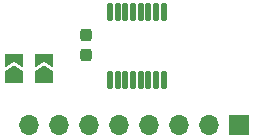
<source format=gts>
G04 #@! TF.GenerationSoftware,KiCad,Pcbnew,(6.0.0)*
G04 #@! TF.CreationDate,2023-12-03T01:04:49-08:00*
G04 #@! TF.ProjectId,8BitSerialDACBoard,38426974-5365-4726-9961-6c444143426f,rev?*
G04 #@! TF.SameCoordinates,Original*
G04 #@! TF.FileFunction,Soldermask,Top*
G04 #@! TF.FilePolarity,Negative*
%FSLAX46Y46*%
G04 Gerber Fmt 4.6, Leading zero omitted, Abs format (unit mm)*
G04 Created by KiCad (PCBNEW (6.0.0)) date 2023-12-03 01:04:49*
%MOMM*%
%LPD*%
G01*
G04 APERTURE LIST*
G04 Aperture macros list*
%AMRoundRect*
0 Rectangle with rounded corners*
0 $1 Rounding radius*
0 $2 $3 $4 $5 $6 $7 $8 $9 X,Y pos of 4 corners*
0 Add a 4 corners polygon primitive as box body*
4,1,4,$2,$3,$4,$5,$6,$7,$8,$9,$2,$3,0*
0 Add four circle primitives for the rounded corners*
1,1,$1+$1,$2,$3*
1,1,$1+$1,$4,$5*
1,1,$1+$1,$6,$7*
1,1,$1+$1,$8,$9*
0 Add four rect primitives between the rounded corners*
20,1,$1+$1,$2,$3,$4,$5,0*
20,1,$1+$1,$4,$5,$6,$7,0*
20,1,$1+$1,$6,$7,$8,$9,0*
20,1,$1+$1,$8,$9,$2,$3,0*%
%AMFreePoly0*
4,1,6,0.500000,-0.750000,-0.650000,-0.750000,-0.150000,0.000000,-0.650000,0.750000,0.500000,0.750000,0.500000,-0.750000,0.500000,-0.750000,$1*%
%AMFreePoly1*
4,1,6,1.000000,0.000000,0.500000,-0.750000,-0.500000,-0.750000,-0.500000,0.750000,0.500000,0.750000,1.000000,0.000000,1.000000,0.000000,$1*%
G04 Aperture macros list end*
%ADD10RoundRect,0.112500X-0.112500X0.637500X-0.112500X-0.637500X0.112500X-0.637500X0.112500X0.637500X0*%
%ADD11FreePoly0,90.000000*%
%ADD12FreePoly1,90.000000*%
%ADD13R,1.700000X1.700000*%
%ADD14O,1.700000X1.700000*%
%ADD15RoundRect,0.237500X0.237500X-0.300000X0.237500X0.300000X-0.237500X0.300000X-0.237500X-0.300000X0*%
G04 APERTURE END LIST*
D10*
X142980000Y-91730000D03*
X142330000Y-91730000D03*
X141680000Y-91730000D03*
X141030000Y-91730000D03*
X140380000Y-91730000D03*
X139730000Y-91730000D03*
X139080000Y-91730000D03*
X138430000Y-91730000D03*
X138430000Y-97530000D03*
X139080000Y-97530000D03*
X139730000Y-97530000D03*
X140380000Y-97530000D03*
X141030000Y-97530000D03*
X141680000Y-97530000D03*
X142330000Y-97530000D03*
X142980000Y-97530000D03*
D11*
X130290000Y-95785000D03*
D12*
X130290000Y-97235000D03*
D11*
X132850000Y-95785000D03*
D12*
X132850000Y-97235000D03*
D13*
X149370000Y-101300000D03*
D14*
X146830000Y-101300000D03*
X144290000Y-101300000D03*
X141750000Y-101300000D03*
X139210000Y-101300000D03*
X136670000Y-101300000D03*
X134130000Y-101300000D03*
X131590000Y-101300000D03*
D15*
X136390000Y-95400000D03*
X136390000Y-93675000D03*
M02*

</source>
